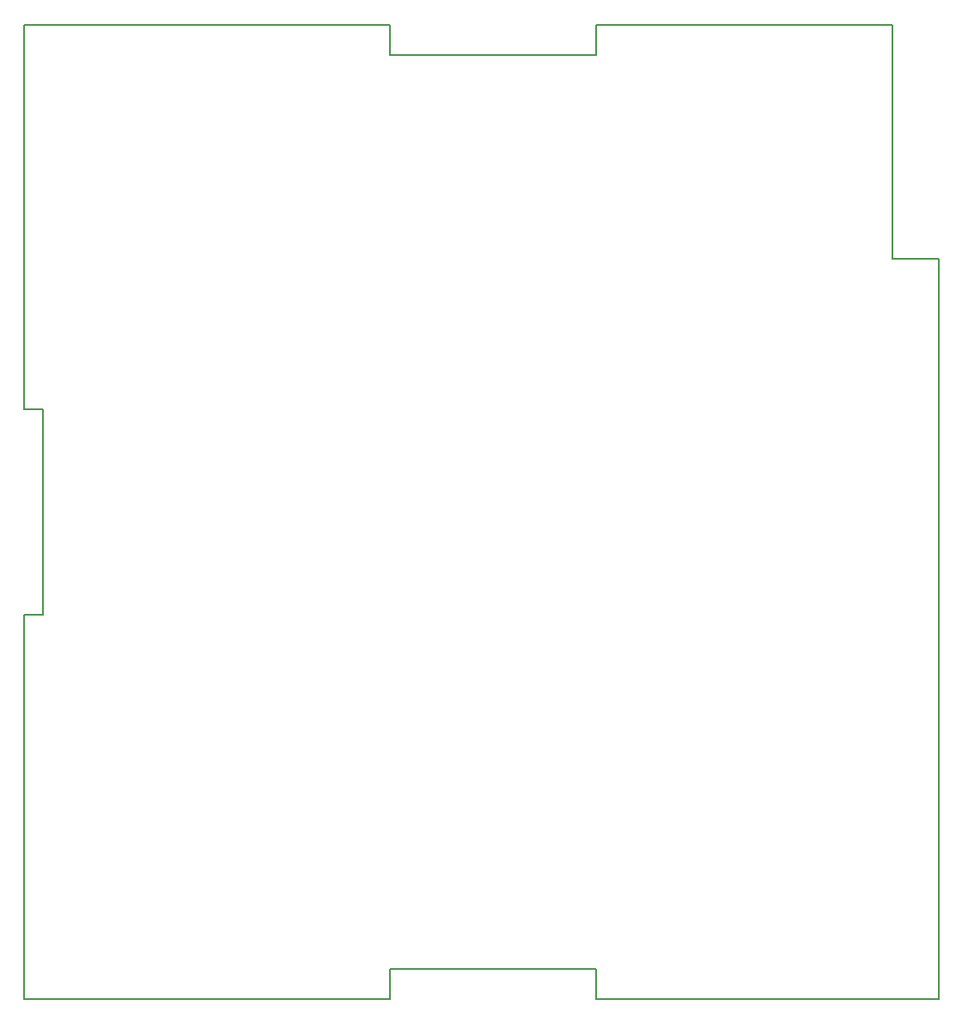
<source format=gbr>
G04 #@! TF.GenerationSoftware,KiCad,Pcbnew,(5.1.4)-1*
G04 #@! TF.CreationDate,2020-02-03T09:21:52-06:00*
G04 #@! TF.ProjectId,Boost,426f6f73-742e-46b6-9963-61645f706362,rev?*
G04 #@! TF.SameCoordinates,Original*
G04 #@! TF.FileFunction,Profile,NP*
%FSLAX46Y46*%
G04 Gerber Fmt 4.6, Leading zero omitted, Abs format (unit mm)*
G04 Created by KiCad (PCBNEW (5.1.4)-1) date 2020-02-03 09:21:52*
%MOMM*%
%LPD*%
G04 APERTURE LIST*
%ADD10C,0.150000*%
G04 APERTURE END LIST*
D10*
X132080000Y-49784000D02*
X132080000Y-52705000D01*
X96012000Y-49784000D02*
X132080000Y-49784000D01*
X132080000Y-145669000D02*
X132080000Y-142748000D01*
X132080000Y-142748000D02*
X152400000Y-142748000D01*
X96012000Y-107873800D02*
X96012000Y-145669000D01*
X181610000Y-72771000D02*
X186182000Y-72771000D01*
X186182000Y-72771000D02*
X186182000Y-145669000D01*
X96012000Y-145669000D02*
X132080000Y-145669000D01*
X97917000Y-107873800D02*
X96012000Y-107873800D01*
X152400000Y-52705000D02*
X132080000Y-52705000D01*
X152400000Y-145669000D02*
X186182000Y-145669000D01*
X96012000Y-49784000D02*
X96012000Y-87579200D01*
X152400000Y-142748000D02*
X152400000Y-145669000D01*
X97917000Y-87579200D02*
X97917000Y-107873800D01*
X152400000Y-52705000D02*
X152400000Y-49784000D01*
X152400000Y-49784000D02*
X181610000Y-49784000D01*
X181610000Y-49784000D02*
X181610000Y-72771000D01*
X96012000Y-87579200D02*
X97917000Y-87579200D01*
M02*

</source>
